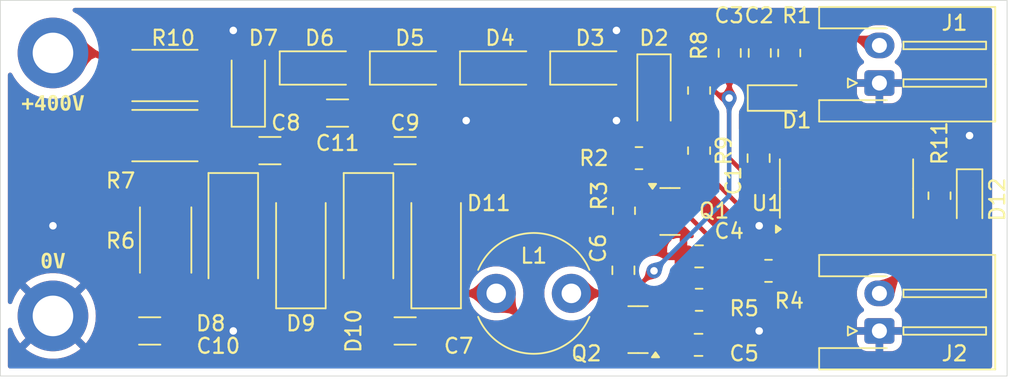
<source format=kicad_pcb>
(kicad_pcb (version 20240108) (generator "pcbnew") (generator_version "8.0")
  (layers (0 "F.Cu" signal) (31 "B.Cu" signal) (34 "B.Paste" user) (35 "F.Paste" user) (36 "B.SilkS" user "B.Silkscreen") (37 "F.SilkS" user "F.Silkscreen") (38 "B.Mask" user) (39 "F.Mask" user) (44 "Edge.Cuts" user))
  (net 0 "")
  (net 1 "GND")
  (net 2 "VCC")
  (net 3 "Net-(Q1-C)")
  (net 4 "Net-(C5-Pad2)")
  (net 5 "Net-(Q2-B)")
  (net 6 "Net-(D8-A)")
  (net 7 "Net-(D10-A)")
  (net 8 "Net-(D10-K)")
  (net 9 "Net-(D7-K)")
  (net 10 "Net-(C10-Pad1)")
  (net 11 "Net-(C11-Pad1)")
  (net 12 "Net-(C11-Pad2)")
  (net 13 "Net-(D2-A)")
  (net 14 "Net-(D2-K)")
  (net 15 "Net-(D3-K)")
  (net 16 "Net-(D4-K)")
  (net 17 "Net-(D5-K)")
  (net 18 "Net-(D6-K)")
  (net 19 "Net-(D12-K)")
  (net 20 "Net-(H1-Pad1)")
  (net 21 "+BATT")
  (net 22 "Net-(Q1-B)")
  (net 23 "Net-(R4-Pad2)")
  (net 24 "Net-(R9-Pad2)")
  (net 25 "Net-(J2-Pin_2)")
  (footprint "Diode_SMD:D_MiniMELF" (layer "F.Cu") (at 56.75 49.5)
    (property "Reference" "D5" (at 0 -2 0) (layer "F.SilkS"))
    (property "Value" "BZV55C75")
    (fp_line (start -2.66 -1.11) (end -2.66 1.11) (stroke (width 0.12)) (layer "F.SilkS"))
    (fp_line (start -2.66 1.11) (end 1.75 1.11) (stroke (width 0.12)) (layer "F.SilkS"))
    (fp_line (start 1.75 -1.11) (end -2.66 -1.11) (stroke (width 0.12)) (layer "F.SilkS"))
    (pad "1" smd roundrect (at -1.75 0) (size 1.3 1.7) (layers "F.Cu" "F.Paste" "F.Mask") (roundrect_rratio 0.1923076923) (net 17 "Net-(D5-K)"))
    (pad "2" smd roundrect (at 1.75 0) (size 1.3 1.7) (layers "F.Cu" "F.Paste" "F.Mask") (roundrect_rratio 0.1923076923) (net 16 "Net-(D4-K)"))
  )
  (footprint "Resistor_SMD:R_0805_2012Metric_Pad1.20x1.40mm_HandSolder" (layer "F.Cu") (at 92 58 -90)
    (property "Reference" "R11" (at -3.5 0 90) (layer "F.SilkS"))
    (property "Value" "33k")
    (fp_line (start -0.227064 0.735) (end 0.227064 0.735) (stroke (width 0.12)) (layer "F.SilkS"))
    (fp_line (start -0.227064 -0.735) (end 0.227064 -0.735) (stroke (width 0.12)) (layer "F.SilkS"))
    (pad "1" smd roundrect (at -1 0 270) (size 1.2 1.4) (layers "F.Cu" "F.Paste" "F.Mask") (roundrect_rratio 0.208333) (net 19 "Net-(D12-K)"))
    (pad "2" smd roundrect (at 1 0 270) (size 1.2 1.4) (layers "F.Cu" "F.Paste" "F.Mask") (roundrect_rratio 0.208333) (net 25 "Net-(J2-Pin_2)"))
  )
  (footprint "Package_SO:SOIC-14_3.9x8.7mm_P1.27mm" (layer "F.Cu") (at 85.81 57.525 90)
    (property "Reference" "U1" (at -0.975 -5.31 0) (layer "F.SilkS"))
    (property "Value" "40106")
    (fp_line (start 0 -4.435001) (end 1.95 -4.435) (stroke (width 0.12)) (layer "F.SilkS"))
    (fp_line (start 0 -4.435001) (end -1.95 -4.435) (stroke (width 0.12)) (layer "F.SilkS"))
    (fp_line (start 0 4.435001) (end 1.95 4.435) (stroke (width 0.12)) (layer "F.SilkS"))
    (fp_line (start 0 4.435001) (end -1.95 4.435) (stroke (width 0.12)) (layer "F.SilkS"))
    (fp_poly (pts (xy -2.7 -4.37) (xy -2.94 -4.7) (xy -2.46 -4.7) (xy -2.7 -4.37)) (stroke (width 0.12)) (fill solid) (layer "F.SilkS"))
    (pad "1" smd roundrect (at -2.475 -3.81 90) (size 1.95 0.6) (layers "F.Cu" "F.Paste" "F.Mask") (net 3 "Net-(Q1-C)"))
    (pad "2" smd roundrect (at -2.475 -2.54 90) (size 1.95 0.6) (layers "F.Cu" "F.Paste" "F.Mask") (net 23 "Net-(R4-Pad2)"))
    (pad "3" smd roundrect (at -2.475 -1.27 90) (size 1.95 0.6) (layers "F.Cu" "F.Paste" "F.Mask") (net 23 "Net-(R4-Pad2)"))
    (pad "4" smd roundrect (at -2.475 0 90) (size 1.95 0.6) (layers "F.Cu" "F.Paste" "F.Mask") (net 4 "Net-(C5-Pad2)"))
    (pad "5" smd roundrect (at -2.475 1.27 90) (size 1.95 0.6) (layers "F.Cu" "F.Paste" "F.Mask") (net 23 "Net-(R4-Pad2)"))
    (pad "6" smd roundrect (at -2.475 2.54 90) (size 1.95 0.6) (layers "F.Cu" "F.Paste" "F.Mask") (net 4 "Net-(C5-Pad2)"))
    (pad "7" smd roundrect (at -2.475 3.81 90) (size 1.95 0.6) (layers "F.Cu" "F.Paste" "F.Mask") (net 1 "GND"))
    (pad "8" smd roundrect (at 2.475 3.81 90) (size 1.95 0.6) (layers "F.Cu" "F.Paste" "F.Mask") (net 4 "Net-(C5-Pad2)"))
    (pad "9" smd roundrect (at 2.475 2.54 90) (size 1.95 0.6) (layers "F.Cu" "F.Paste" "F.Mask") (net 23 "Net-(R4-Pad2)"))
    (pad "10" smd roundrect (at 2.475 1.27 90) (size 1.95 0.6) (layers "F.Cu" "F.Paste" "F.Mask") (net 4 "Net-(C5-Pad2)"))
    (pad "11" smd roundrect (at 2.475 0 90) (size 1.95 0.6) (layers "F.Cu" "F.Paste" "F.Mask") (net 23 "Net-(R4-Pad2)"))
    (pad "12" smd roundrect (at 2.475 -1.27 90) (size 1.95 0.6) (layers "F.Cu" "F.Paste" "F.Mask") (net 19 "Net-(D12-K)"))
    (pad "13" smd roundrect (at 2.475 -2.54 90) (size 1.95 0.6) (layers "F.Cu" "F.Paste" "F.Mask") (net 24 "Net-(R9-Pad2)"))
    (pad "14" smd roundrect (at 2.475 -3.81 90) (size 1.95 0.6) (layers "F.Cu" "F.Paste" "F.Mask") (net 2 "VCC"))
  )
  (footprint "Resistor_SMD:R_0805_2012Metric_Pad1.20x1.40mm_HandSolder" (layer "F.Cu") (at 72 55.5)
    (property "Reference" "R2" (at -3 0 360) (layer "F.SilkS"))
    (property "Value" "10M")
    (fp_line (start -0.227064 -0.735) (end 0.227064 -0.735) (stroke (width 0.12)) (layer "F.SilkS"))
    (fp_line (start -0.227064 0.735) (end 0.227064 0.735) (stroke (width 0.12)) (layer "F.SilkS"))
    (pad "1" smd roundrect (at -1 0) (size 1.2 1.4) (layers "F.Cu" "F.Paste" "F.Mask") (roundrect_rratio 0.208333) (net 13 "Net-(D2-A)"))
    (pad "2" smd roundrect (at 1 0) (size 1.2 1.4) (layers "F.Cu" "F.Paste" "F.Mask") (roundrect_rratio 0.208333) (net 22 "Net-(Q1-B)"))
  )
  (footprint "Diode_SMD:D_SMA_Handsoldering" (layer "F.Cu") (at 45 61 -90)
    (property "Reference" "D8" (at 5.499999 1.499999 180) (layer "F.SilkS"))
    (property "Value" "RS1K")
    (fp_line (start -4.51 1.65) (end 2.5 1.65) (stroke (width 0.12)) (layer "F.SilkS"))
    (fp_line (start -4.51 -1.65) (end -4.51 1.65) (stroke (width 0.12)) (layer "F.SilkS"))
    (fp_line (start -4.51 -1.65) (end 2.5 -1.65) (stroke (width 0.12)) (layer "F.SilkS"))
    (pad "1" smd roundrect (at -2.5 0 270) (size 3.5 1.8) (layers "F.Cu" "F.Paste" "F.Mask") (roundrect_rratio 0.1388888889) (net 9 "Net-(D7-K)"))
    (pad "2" smd roundrect (at 2.5 0 270) (size 3.5 1.8) (layers "F.Cu" "F.Paste" "F.Mask") (roundrect_rratio 0.1388888889) (net 6 "Net-(D8-A)"))
  )
  (footprint "Package_TO_SOT_SMD:SOT-23" (layer "F.Cu") (at 71.937501 66.912499 180)
    (property "Reference" "Q2" (at 3.437501 -1.587501 180) (layer "F.SilkS"))
    (property "Value" "MMBTA42")
    (fp_line (start 0 1.560001) (end 0.65 1.56) (stroke (width 0.12)) (layer "F.SilkS"))
    (fp_line (start 0 1.560001) (end -0.65 1.56) (stroke (width 0.12)) (layer "F.SilkS"))
    (fp_line (start 0 -1.560001) (end 0.65 -1.56) (stroke (width 0.12)) (layer "F.SilkS"))
    (fp_line (start 0 -1.560001) (end -0.65 -1.56) (stroke (width 0.12)) (layer "F.SilkS"))
    (fp_poly (pts (xy -1.1625 -1.51) (xy -1.4025 -1.84) (xy -0.9225 -1.839999) (xy -1.1625 -1.51)) (stroke (width 0.12)) (fill solid) (layer "F.SilkS"))
    (pad "1" smd roundrect (at -0.9375 -0.95 180) (size 1.475 0.6) (layers "F.Cu" "F.Paste" "F.Mask") (net 5 "Net-(Q2-B)"))
    (pad "2" smd roundrect (at -0.9375 0.95 180) (size 1.475 0.6) (layers "F.Cu" "F.Paste" "F.Mask") (net 1 "GND"))
    (pad "3" smd roundrect (at 0.937501 0 180) (size 1.475 0.6) (layers "F.Cu" "F.Paste" "F.Mask") (net 7 "Net-(D10-A)"))
  )
  (footprint "Diode_SMD:D_MiniMELF" (layer "F.Cu") (at 50.75 49.5)
    (property "Reference" "D6" (at 0 -2 0) (layer "F.SilkS"))
    (property "Value" "BZV55C75")
    (fp_line (start -2.66 -1.11) (end -2.66 1.11) (stroke (width 0.12)) (layer "F.SilkS"))
    (fp_line (start -2.66 1.11) (end 1.75 1.11) (stroke (width 0.12)) (layer "F.SilkS"))
    (fp_line (start 1.75 -1.11) (end -2.66 -1.11) (stroke (width 0.12)) (layer "F.SilkS"))
    (pad "1" smd roundrect (at -1.75 0) (size 1.3 1.7) (layers "F.Cu" "F.Paste" "F.Mask") (roundrect_rratio 0.1923076923) (net 18 "Net-(D6-K)"))
    (pad "2" smd roundrect (at 1.75 0) (size 1.3 1.7) (layers "F.Cu" "F.Paste" "F.Mask") (roundrect_rratio 0.1923076923) (net 17 "Net-(D5-K)"))
  )
  (footprint "Resistor_SMD:R_0805_2012Metric_Pad1.20x1.40mm_HandSolder" (layer "F.Cu") (at 80.62 63)
    (property "Reference" "R4" (at 1.38 2 0) (layer "F.SilkS"))
    (property "Value" "10M")
    (fp_line (start -0.227064 -0.735) (end 0.227064 -0.735) (stroke (width 0.12)) (layer "F.SilkS"))
    (fp_line (start -0.227064 0.735) (end 0.227064 0.735) (stroke (width 0.12)) (layer "F.SilkS"))
    (pad "1" smd roundrect (at -1 0) (size 1.2 1.4) (layers "F.Cu" "F.Paste" "F.Mask") (roundrect_rratio 0.208333) (net 3 "Net-(Q1-C)"))
    (pad "2" smd roundrect (at 1 0) (size 1.2 1.4) (layers "F.Cu" "F.Paste" "F.Mask") (roundrect_rratio 0.208333) (net 23 "Net-(R4-Pad2)"))
  )
  (footprint "Resistor_SMD:R_2512_6332Metric_Pad1.40x3.35mm_HandSolder" (layer "F.Cu") (at 40.5 60.95 90)
    (property "Reference" "R6" (at -0.05 -3 0) (layer "F.SilkS"))
    (property "Value" "330k 500V")
    (fp_line (start -2.177064 -1.71) (end 2.177064 -1.71) (stroke (width 0.12)) (layer "F.SilkS"))
    (fp_line (start -2.177064 1.71) (end 2.177064 1.71) (stroke (width 0.12)) (layer "F.SilkS"))
    (pad "1" smd roundrect (at -3.05 0 90) (size 1.4 3.35) (layers "F.Cu" "F.Paste" "F.Mask") (roundrect_rratio 0.178571) (net 9 "Net-(D7-K)"))
    (pad "2" smd roundrect (at 3.05 0 90) (size 1.4 3.35) (layers "F.Cu" "F.Paste" "F.Mask") (roundrect_rratio 0.178571) (net 10 "Net-(C10-Pad1)"))
  )
  (footprint "Capacitor_SMD:C_0805_2012Metric_Pad1.18x1.45mm_HandSolder" (layer "F.Cu") (at 80.0375 48.5 90)
    (property "Reference" "C2" (at 2.5 -0.0375 0) (layer "F.SilkS"))
    (property "Value" "10u")
    (fp_line (start -0.261253 -0.735) (end 0.261253 -0.735) (stroke (width 0.12)) (layer "F.SilkS"))
    (fp_line (start -0.261253 0.735) (end 0.261253 0.735) (stroke (width 0.12)) (layer "F.SilkS"))
    (pad "1" smd roundrect (at -1.0375 0 90) (size 1.175 1.45) (layers "F.Cu" "F.Paste" "F.Mask") (roundrect_rratio 0.212766) (net 2 "VCC"))
    (pad "2" smd roundrect (at 1.0375 0 90) (size 1.175 1.45) (layers "F.Cu" "F.Paste" "F.Mask") (roundrect_rratio 0.212766) (net 1 "GND"))
  )
  (footprint "Diode_SMD:D_SMA_Handsoldering" (layer "F.Cu") (at 58.5 60.98409 90)
    (property "Reference" "D11" (at 2.48409 3.5 0) (layer "F.SilkS"))
    (property "Value" "RS1K")
    (fp_line (start -4.51 -1.65) (end 2.5 -1.65) (stroke (width 0.12)) (layer "F.SilkS"))
    (fp_line (start -4.51 -1.65) (end -4.51 1.65) (stroke (width 0.12)) (layer "F.SilkS"))
    (fp_line (start -4.51 1.65) (end 2.5 1.65) (stroke (width 0.12)) (layer "F.SilkS"))
    (pad "1" smd roundrect (at -2.5 0 90) (size 3.5 1.8) (layers "F.Cu" "F.Paste" "F.Mask") (roundrect_rratio 0.1388888889) (net 7 "Net-(D10-A)"))
    (pad "2" smd roundrect (at 2.5 0 90) (size 3.5 1.8) (layers "F.Cu" "F.Paste" "F.Mask") (roundrect_rratio 0.1388888889) (net 1 "GND"))
  )
  (footprint "Connector_JST:JST_XH_S2B-XH-A-1_1x02_P2.50mm_Horizontal" (layer "F.Cu") (at 88 50.5 90)
    (property "Reference" "J1" (at 4 5 0) (layer "F.SilkS"))
    (property "Value" "ConnBat")
    (fp_line (start 5.06 -4.01) (end 3.64 -4.01) (stroke (width 0.12)) (layer "F.SilkS"))
    (fp_line (start 3.64 -4.01) (end 3.64 0.49) (stroke (width 0.12)) (layer "F.SilkS"))
    (fp_line (start -1.14 -4.01) (end -1.14 0.49) (stroke (width 0.12)) (layer "F.SilkS"))
    (fp_line (start -2.56 -4.01) (end -1.14 -4.01) (stroke (width 0.12)) (layer "F.SilkS"))
    (fp_line (start 0.3 -2.1) (end 0 -1.5) (stroke (width 0.12)) (layer "F.SilkS"))
    (fp_line (start -0.3 -2.1) (end 0.3 -2.1) (stroke (width 0.12)) (layer "F.SilkS"))
    (fp_line (start 0 -1.5) (end -0.3 -2.1) (stroke (width 0.12)) (layer "F.SilkS"))
    (fp_line (start 2.75 1.6) (end 2.25 1.6) (stroke (width 0.12)) (layer "F.SilkS"))
    (fp_line (start 2.25 1.6) (end 2.25 7.1) (stroke (width 0.12)) (layer "F.SilkS"))
    (fp_line (start 0.25 1.6) (end -0.25 1.6) (stroke (width 0.12)) (layer "F.SilkS"))
    (fp_line (start -0.25 1.6) (end -0.25 7.1) (stroke (width 0.12)) (layer "F.SilkS"))
    (fp_line (start 2.75 7.1) (end 2.75 1.6) (stroke (width 0.12)) (layer "F.SilkS"))
    (fp_line (start 2.25 7.1) (end 2.75 7.1) (stroke (width 0.12)) (layer "F.SilkS"))
    (fp_line (start 0.25 7.1) (end 0.25 1.6) (stroke (width 0.12)) (layer "F.SilkS"))
    (fp_line (start -0.25 7.1) (end 0.25 7.1) (stroke (width 0.12)) (layer "F.SilkS"))
    (fp_line (start 5.06 7.71) (end 5.06 -4.01) (stroke (width 0.12)) (layer "F.SilkS"))
    (fp_line (start 1.25 7.71) (end 5.06 7.71) (stroke (width 0.12)) (layer "F.SilkS"))
    (fp_line (start 1.25 7.71) (end -2.56 7.71) (stroke (width 0.12)) (layer "F.SilkS"))
    (fp_line (start -2.56 7.71) (end -2.56 -4.01) (stroke (width 0.12)) (layer "F.SilkS"))
    (pad "1" thru_hole roundrect (at 0 0 90) (size 1.7 2) (drill 1) (layers "*.Cu" "*.Mask") (roundrect_rratio 0.147059) (net 1 "GND"))
    (pad "2" thru_hole oval (at 2.5 0 90) (size 1.7 2) (drill 1) (layers "*.Cu" "*.Mask") (net 21 "+BATT"))
  )
  (footprint "Resistor_SMD:R_0805_2012Metric_Pad1.20x1.40mm_HandSolder" (layer "F.Cu") (at 76 64.925 180)
    (property "Reference" "R5" (at -3 -0.575 180) (layer "F.SilkS"))
    (property "Value" "4.7k")
    (fp_line (start -0.227064 0.735) (end 0.227064 0.735) (stroke (width 0.12)) (layer "F.SilkS"))
    (fp_line (start -0.227064 -0.735) (end 0.227064 -0.735) (stroke (width 0.12)) (layer "F.SilkS"))
    (pad "1" smd roundrect (at -1 0 180) (size 1.2 1.4) (layers "F.Cu" "F.Paste" "F.Mask") (roundrect_rratio 0.208333) (net 4 "Net-(C5-Pad2)"))
    (pad "2" smd roundrect (at 1 0 180) (size 1.2 1.4) (layers "F.Cu" "F.Paste" "F.Mask") (roundrect_rratio 0.208333) (net 5 "Net-(Q2-B)"))
  )
  (footprint "Capacitor_SMD:C_1206_3216Metric_Pad1.33x1.80mm_HandSolder" (layer "F.Cu") (at 56.4375 55)
    (property "Reference" "C9" (at 0 -1.85 0) (layer "F.SilkS"))
    (property "Value" "10n 630V")
    (fp_line (start -0.711252 -0.91) (end 0.711252 -0.91) (stroke (width 0.12)) (layer "F.SilkS"))
    (fp_line (start -0.711252 0.91) (end 0.711252 0.91) (stroke (width 0.12)) (layer "F.SilkS"))
    (pad "1" smd roundrect (at -1.5625 0) (size 1.325 1.8) (layers "F.Cu" "F.Paste" "F.Mask") (roundrect_rratio 0.188679) (net 8 "Net-(D10-K)"))
    (pad "2" smd roundrect (at 1.5625 0) (size 1.325 1.8) (layers "F.Cu" "F.Paste" "F.Mask") (roundrect_rratio 0.188679) (net 1 "GND"))
  )
  (footprint "MountingHole:MountingHole_2.7mm_M2.5_DIN965_Pad" (layer "F.Cu") (at 33 66)
    (property "Reference" "H2" (hide yes))
    (property "Value" "TubeNeg")
    (pad "1" thru_hole circle (at 0 0) (size 4.7 4.7) (drill 2.7) (layers "*.Cu" "*.Mask") (net 1 "GND"))
  )
  (footprint "Capacitor_SMD:C_0805_2012Metric_Pad1.18x1.45mm_HandSolder" (layer "F.Cu") (at 76 62.0375)
    (property "Reference" "C4" (at 2 -1.679999 360) (layer "F.SilkS"))
    (property "Value" "(12)pf")
    (fp_line (start -0.261253 -0.735) (end 0.261253 -0.735) (stroke (width 0.12)) (layer "F.SilkS"))
    (fp_line (start -0.261253 0.735) (end 0.261253 0.735) (stroke (width 0.12)) (layer "F.SilkS"))
    (pad "1" smd roundrect (at -1.0375 0) (size 1.175 1.45) (layers "F.Cu" "F.Paste" "F.Mask") (roundrect_rratio 0.212766) (net 1 "GND"))
    (pad "2" smd roundrect (at 1.0375 0) (size 1.175 1.45) (layers "F.Cu" "F.Paste" "F.Mask") (roundrect_rratio 0.212766) (net 3 "Net-(Q1-C)"))
  )
  (footprint "Capacitor_SMD:C_1206_3216Metric_Pad1.33x1.80mm_HandSolder" (layer "F.Cu") (at 47.4375 55)
    (property "Reference" "C8" (at 1.0625 -1.85 0) (layer "F.SilkS"))
    (property "Value" "10n 630V")
    (fp_line (start -0.711252 -0.91) (end 0.711252 -0.91) (stroke (width 0.12)) (layer "F.SilkS"))
    (fp_line (start -0.711252 0.91) (end 0.711252 0.91) (stroke (width 0.12)) (layer "F.SilkS"))
    (pad "1" smd roundrect (at -1.5625 0) (size 1.325 1.8) (layers "F.Cu" "F.Paste" "F.Mask") (roundrect_rratio 0.188679) (net 9 "Net-(D7-K)"))
    (pad "2" smd roundrect (at 1.5625 0) (size 1.325 1.8) (layers "F.Cu" "F.Paste" "F.Mask") (roundrect_rratio 0.188679) (net 8 "Net-(D10-K)"))
  )
  (footprint "Resistor_SMD:R_2512_6332Metric_Pad1.40x3.35mm_HandSolder" (layer "F.Cu") (at 40.45 54)
    (property "Reference" "R7" (at -2.95 3 360) (layer "F.SilkS"))
    (property "Value" "1M 500V")
    (fp_line (start -2.177064 -1.71) (end 2.177064 -1.71) (stroke (width 0.12)) (layer "F.SilkS"))
    (fp_line (start -2.177064 1.71) (end 2.177064 1.71) (stroke (width 0.12)) (layer "F.SilkS"))
    (pad "1" smd roundrect (at -3.05 0) (size 1.4 3.35) (layers "F.Cu" "F.Paste" "F.Mask") (roundrect_rratio 0.178571) (net 10 "Net-(C10-Pad1)"))
    (pad "2" smd roundrect (at 3.05 0) (size 1.4 3.35) (layers "F.Cu" "F.Paste" "F.Mask") (roundrect_rratio 0.178571) (net 11 "Net-(C11-Pad1)"))
  )
  (footprint "Capacitor_SMD:C_0805_2012Metric_Pad1.18x1.45mm_HandSolder" (layer "F.Cu") (at 79.9625 55.5 90)
    (property "Reference" "C1" (at -1.5 -1.679999 270) (layer "F.SilkS"))
    (property "Value" "100n")
    (fp_line (start -0.261253 -0.735) (end 0.261253 -0.735) (stroke (width 0.12)) (layer "F.SilkS"))
    (fp_line (start -0.261253 0.735) (end 0.261253 0.735) (stroke (width 0.12)) (layer "F.SilkS"))
    (pad "1" smd roundrect (at -1.0375 0 90) (size 1.175 1.45) (layers "F.Cu" "F.Paste" "F.Mask") (roundrect_rratio 0.212766) (net 2 "VCC"))
    (pad "2" smd roundrect (at 1.0375 0 90) (size 1.175 1.45) (layers "F.Cu" "F.Paste" "F.Mask") (roundrect_rratio 0.212766) (net 1 "GND"))
  )
  (footprint "Resistor_SMD:R_0805_2012Metric_Pad1.20x1.40mm_HandSolder" (layer "F.Cu") (at 76 51 -90)
    (property "Reference" "R8" (at -3 0 90) (layer "F.SilkS"))
    (property "Value" "5.6M")
    (fp_line (start -0.227064 0.735) (end 0.227064 0.735) (stroke (width 0.12)) (layer "F.SilkS"))
    (fp_line (start -0.227064 -0.735) (end 0.227064 -0.735) (stroke (width 0.12)) (layer "F.SilkS"))
    (pad "1" smd roundrect (at -1 0 270) (size 1.2 1.4) (layers "F.Cu" "F.Paste" "F.Mask") (roundrect_rratio 0.208333) (net 2 "VCC"))
    (pad "2" smd roundrect (at 1 0 270) (size 1.2 1.4) (layers "F.Cu" "F.Paste" "F.Mask") (roundrect_rratio 0.208333) (net 12 "Net-(C11-Pad2)"))
  )
  (footprint "Resistor_SMD:R_2512_6332Metric_Pad1.40x3.35mm_HandSolder" (layer "F.Cu") (at 40.45 50 180)
    (property "Reference" "R10" (at -0.55 2.5 180) (layer "F.SilkS"))
    (property "Value" "5.6M 500V")
    (fp_line (start -2.177064 1.71) (end 2.177064 1.71) (stroke (width 0.12)) (layer "F.SilkS"))
    (fp_line (start -2.177064 -1.71) (end 2.177064 -1.71) (stroke (width 0.12)) (layer "F.SilkS"))
    (pad "1" smd roundrect (at -3.05 0 180) (size 1.4 3.35) (layers "F.Cu" "F.Paste" "F.Mask") (roundrect_rratio 0.178571) (net 11 "Net-(C11-Pad1)"))
    (pad "2" smd roundrect (at 3.05 0 180) (size 1.4 3.35) (layers "F.Cu" "F.Paste" "F.Mask") (roundrect_rratio 0.178571) (net 20 "Net-(H1-Pad1)"))
  )
  (footprint "Resistor_SMD:R_0805_2012Metric_Pad1.20x1.40mm_HandSolder" (layer "F.Cu") (at 82 48.5 -90)
    (property "Reference" "R1" (at -2.500001 -0.500001 180) (layer "F.SilkS"))
    (property "Value" "(100)")
    (fp_line (start -0.227064 0.735) (end 0.227064 0.735) (stroke (width 0.12)) (layer "F.SilkS"))
    (fp_line (start -0.227064 -0.735) (end 0.227064 -0.735) (stroke (width 0.12)) (layer "F.SilkS"))
    (pad "1" smd roundrect (at -1 0 270) (size 1.2 1.4) (layers "F.Cu" "F.Paste" "F.Mask") (roundrect_rratio 0.208333) (net 21 "+BATT"))
    (pad "2" smd roundrect (at 1 0 270) (size 1.2 1.4) (layers "F.Cu" "F.Paste" "F.Mask") (roundrect_rratio 0.208333) (net 2 "VCC"))
  )
  (footprint "Diode_SMD:D_MiniMELF" (layer "F.Cu") (at 73 51.25 -90)
    (property "Reference" "D2" (at -3.750001 -0.000001 180) (layer "F.SilkS"))
    (property "Value" "BZV55C33")
    (fp_line (start -2.660001 1.11) (end 1.749999 1.11) (stroke (width 0.12)) (layer "F.SilkS"))
    (fp_line (start -2.660001 -1.11) (end -2.660001 1.11) (stroke (width 0.12)) (layer "F.SilkS"))
    (fp_line (start 1.749999 -1.11) (end -2.660001 -1.11) (stroke (width 0.12)) (layer "F.SilkS"))
    (pad "1" smd roundrect (at -1.75 0 270) (size 1.3 1.7) (layers "F.Cu" "F.Paste" "F.Mask") (roundrect_rratio 0.1923076923) (net 14 "Net-(D2-K)"))
    (pad "2" smd roundrect (at 1.75 0 270) (size 1.3 1.7) (layers "F.Cu" "F.Paste" "F.Mask") (roundrect_rratio 0.1923076923) (net 13 "Net-(D2-A)"))
  )
  (footprint "Capacitor_SMD:C_1206_3216Metric_Pad1.33x1.80mm_HandSolder" (layer "F.Cu") (at 39.4375 67)
    (property "Reference" "C10" (at 4.5625 1 360) (layer "F.SilkS"))
    (property "Value" "10n 630V")
    (fp_line (start -0.711252 -0.91) (end 0.711252 -0.91) (stroke (width 0.12)) (layer "F.SilkS"))
    (fp_line (start -0.711252 0.91) (end 0.711252 0.91) (stroke (width 0.12)) (layer "F.SilkS"))
    (pad "1" smd roundrect (at -1.5625 0) (size 1.325 1.8) (layers "F.Cu" "F.Paste" "F.Mask") (roundrect_rratio 0.188679) (net 10 "Net-(C10-Pad1)"))
    (pad "2" smd roundrect (at 1.5625 0) (size 1.325 1.8) (layers "F.Cu" "F.Paste" "F.Mask") (roundrect_rratio 0.188679) (net 1 "GND"))
  )
  (footprint "Capacitor_SMD:C_0805_2012Metric_Pad1.18x1.45mm_HandSolder" (layer "F.Cu") (at 75.9625 67.925)
    (property "Reference" "C5" (at 3.0375 0.575 360) (layer "F.SilkS"))
    (property "Value" "4.7n")
    (fp_line (start -0.261253 -0.735) (end 0.261253 -0.735) (stroke (width 0.12)) (layer "F.SilkS"))
    (fp_line (start -0.261253 0.735) (end 0.261253 0.735) (stroke (width 0.12)) (layer "F.SilkS"))
    (pad "1" smd roundrect (at -1.0375 0) (size 1.175 1.45) (layers "F.Cu" "F.Paste" "F.Mask") (roundrect_rratio 0.212766) (net 5 "Net-(Q2-B)"))
    (pad "2" smd roundrect (at 1.0375 0) (size 1.175 1.45) (layers "F.Cu" "F.Paste" "F.Mask") (roundrect_rratio 0.212766) (net 4 "Net-(C5-Pad2)"))
  )
  (footprint "Diode_SMD:D_MiniMELF" (layer "F.Cu") (at 68.75 49.5)
    (property "Reference" "D3" (at 0 -2 0) (layer "F.SilkS"))
    (property "Value" "BZV55C75")
    (fp_line (start -2.66 -1.11) (end -2.66 1.11) (stroke (width 0.12)) (layer "F.SilkS"))
    (fp_line (start -2.66 1.11) (end 1.75 1.11) (stroke (width 0.12)) (layer "F.SilkS"))
    (fp_line (start 1.75 -1.11) (end -2.66 -1.11) (stroke (width 0.12)) (layer "F.SilkS"))
    (pad "1" smd roundrect (at -1.75 0) (size 1.3 1.7) (layers "F.Cu" "F.Paste" "F.Mask") (roundrect_rratio 0.1923076923) (net 15 "Net-(D3-K)"))
    (pad "2" smd roundrect (at 1.75 0) (size 1.3 1.7) (layers "F.Cu" "F.Paste" "F.Mask") (roundrect_rratio 0.1923076923) (net 14 "Net-(D2-K)"))
  )
  (footprint "Resistor_SMD:R_0805_2012Metric_Pad1.20x1.40mm_HandSolder" (layer "F.Cu") (at 71 59 90)
    (property "Reference" "R3" (at 1 -1.65 270) (layer "F.SilkS"))
    (property "Value" "33M")
    (fp_line (start -0.227064 -0.735) (end 0.227064 -0.735) (stroke (width 0.12)) (layer "F.SilkS"))
    (fp_line (start -0.227064 0.735) (end 0.227064 0.735) (stroke (width 0.12)) (layer "F.SilkS"))
    (pad "1" smd roundrect (at -1 0 90) (size 1.2 1.4) (layers "F.Cu" "F.Paste" "F.Mask") (roundrect_rratio 0.208333) (net 1 "GND"))
    (pad "2" smd roundrect (at 1 0 90) (size 1.2 1.4) (layers "F.Cu" "F.Paste" "F.Mask") (roundrect_rratio 0.208333) (net 22 "Net-(Q1-B)"))
  )
  (footprint "MountingHole:MountingHole_2.7mm_M2.5_DIN965_Pad" (layer "F.Cu") (at 33 48.5)
    (property "Reference" "H1" (hide yes))
    (property "Value" "TubePos")
    (pad "1" thru_hole circle (at 0 0) (size 4.7 4.7) (drill 2.7) (layers "*.Cu" "*.Mask") (net 20 "Net-(H1-Pad1)"))
  )
  (footprint "Capacitor_SMD:C_1206_3216Metric_Pad1.33x1.80mm_HandSolder" (layer "F.Cu") (at 56.4375 67)
    (property "Reference" "C7" (at 3.5625 1 0) (layer "F.SilkS"))
    (property "Value" "10n 630V")
    (fp_line (start -0.711252 -0.91) (end 0.711252 -0.91) (stroke (width 0.12)) (layer "F.SilkS"))
    (fp_line (start -0.711252 0.91) (end 0.711252 0.91) (stroke (width 0.12)) (layer "F.SilkS"))
    (pad "1" smd roundrect (at -1.5625 0) (size 1.325 1.8) (layers "F.Cu" "F.Paste" "F.Mask") (roundrect_rratio 0.188679) (net 6 "Net-(D8-A)"))
    (pad "2" smd roundrect (at 1.5625 0) (size 1.325 1.8) (layers "F.Cu" "F.Paste" "F.Mask") (roundrect_rratio 0.188679) (net 7 "Net-(D10-A)"))
  )
  (footprint "Connector_JST:JST_XH_S2B-XH-A-1_1x02_P2.50mm_Horizontal" (layer "F.Cu") (at 88 67 90)
    (property "Reference" "J2" (at -1.5 5 0) (layer "F.SilkS"))
    (property "Value" "ConnPulse")
    (fp_line (start 5.06 -4.01) (end 3.64 -4.01) (stroke (width 0.12)) (layer "F.SilkS"))
    (fp_line (start 3.64 -4.01) (end 3.64 0.49) (stroke (width 0.12)) (layer "F.SilkS"))
    (fp_line (start -1.14 -4.01) (end -1.14 0.49) (stroke (width 0.12)) (layer "F.SilkS"))
    (fp_line (start -2.56 -4.01) (end -1.14 -4.01) (stroke (width 0.12)) (layer "F.SilkS"))
    (fp_line (start 0.3 -2.1) (end 0 -1.5) (stroke (width 0.12)) (layer "F.SilkS"))
    (fp_line (start -0.3 -2.1) (end 0.3 -2.1) (stroke (width 0.12)) (layer "F.SilkS"))
    (fp_line (start 0 -1.5) (end -0.3 -2.1) (stroke (width 0.12)) (layer "F.SilkS"))
    (fp_line (start 2.75 1.6) (end 2.25 1.6) (stroke (width 0.12)) (layer "F.SilkS"))
    (fp_line (start 2.25 1.6) (end 2.25 7.1) (stroke (width 0.12)) (layer "F.SilkS"))
    (fp_line (start 0.25 1.6) (end -0.25 1.6) (stroke (width 0.12)) (layer "F.SilkS"))
    (fp_line (start -0.25 1.6) (end -0.25 7.1) (stroke (width 0.12)) (layer "F.SilkS"))
    (fp_line (start 2.75 7.1) (end 2.75 1.6) (stroke (width 0.12)) (layer "F.SilkS"))
    (fp_line (start 2.25 7.1) (end 2.75 7.1) (stroke (width 0.12)) (layer "F.SilkS"))
    (fp_line (start 0.25 7.1) (end 0.25 1.6) (stroke (width 0.12)) (layer "F.SilkS"))
    (fp_line (start -0.25 7.1) (end 0.25 7.1) (stroke (width 0.12)) (layer "F.SilkS"))
    (fp_line (start 5.06 7.71) (end 5.06 -4.01) (stroke (width 0.12)) (layer "F.SilkS"))
    (fp_line (start 1.25 7.71) (end 5.06 7.71) (stroke (width 0.12)) (layer "F.SilkS"))
    (fp_line (start 1.25 7.71) (end -2.56 7.71) (stroke (width 0.12)) (layer "F.SilkS"))
    (fp_line (start -2.56 7.71) (end -2.56 -4.01) (stroke (width 0.12)) (layer "F.SilkS"))
    (pad "1" thru_hole roundrect (at 0 0 90) (size 1.7 2) (drill 1) (layers "*.Cu" "*.Mask") (roundrect_rratio 0.147059) (net 1 "GND"))
    (pad "2" thru_hole oval (at 2.5 0 90) (size 1.7 2) (drill 1) (layers "*.Cu" "*.Mask") (net 25 "Net-(J2-Pin_2)"))
  )
  (footprint "Capacitor_SMD:C_0805_2012Metric_Pad1.18x1.45mm_HandSolder" (layer "F.Cu") (at 78.0375 48.5 90)
    (property "Reference" "C3" (at 2.5 -0.0375 0) (layer "F.SilkS"))
    (property "Value" "100n")
    (fp_line (start -0.261253 -0.735) (end 0.261253 -0.735) (stroke (width 0.12)) (layer "F.SilkS"))
    (fp_line (start -0.261253 0.735) (end 0.261253 0.735) (stroke (width 0.12)) (layer "F.SilkS"))
    (pad "1" smd roundrect (at -1.0375 0 90) (size 1.175 1.45) (layers "F.Cu" "F.Paste" "F.Mask") (roundrect_rratio 0.212766) (net 2 "VCC"))
    (pad "2" smd roundrect (at 1.0375 0 90) (size 1.175 1.45) (layers "F.Cu" "F.Paste" "F.Mask") (roundrect_rratio 0.212766) (net 1 "GND"))
  )
  (footprint "Package_TO_SOT_SMD:SOT-23" (layer "F.Cu") (at 74.0625 59.05)
    (property "Reference" "Q1" (at 2.9375 -0.05 0) (layer "F.SilkS"))
    (property "Value" "BC817")
    (fp_line (start 0 -1.56) (end -0.65 -1.56) (stroke (width 0.12)) (layer "F.SilkS"))
    (fp_line (start 0 -1.56) (end 0.65 -1.56) (stroke (width 0.12)) (layer "F.SilkS"))
    (fp_line (start 0 1.56) (end -0.65 1.56) (stroke (width 0.12)) (layer "F.SilkS"))
    (fp_line (start 0 1.56) (end 0.65 1.56) (stroke (width 0.12)) (layer "F.SilkS"))
    (fp_poly (pts (xy -1.1625 -1.51) (xy -1.4025 -1.84) (xy -0.9225 -1.84) (xy -1.1625 -1.51)) (stroke (width 0.12)) (fill solid) (layer "F.SilkS"))
    (pad "1" smd roundrect (at -0.9375 -0.95) (size 1.475 0.6) (layers "F.Cu" "F.Paste" "F.Mask") (net 22 "Net-(Q1-B)"))
    (pad "2" smd roundrect (at -0.9375 0.95) (size 1.475 0.6) (layers "F.Cu" "F.Paste" "F.Mask") (net 1 "GND"))
    (pad "3" smd roundrect (at 0.9375 0) (size 1.475 0.6) (layers "F.Cu" "F.Paste" "F.Mask") (net 3 "Net-(Q1-C)"))
  )
  (footprint "Capacitor_SMD:C_1206_3216Metric_Pad1.33x1.80mm_HandSolder" (layer "F.Cu") (at 51.9375 52.5)
    (property "Reference" "C11" (at 0 2 0) (layer "F.SilkS"))
    (property "Value" "47p 630V")
    (fp_line (start -0.711252 -0.91) (end 0.711252 -0.91) (stroke (width 0.12)) (layer "F.SilkS"))
    (fp_line (start -0.711252 0.91) (end 0.711252 0.91) (stroke (width 0.12)) (layer "F.SilkS"))
    (pad "1" smd roundrect (at -1.5625 0) (size 1.325 1.8) (layers "F.Cu" "F.Paste" "F.Mask") (roundrect_rratio 0.188679) (net 11 "Net-(C11-Pad1)"))
    (pad "2" smd roundrect (at 1.5625 0) (size 1.325 1.8) (layers "F.Cu" "F.Paste" "F.Mask") (roundrect_rratio 0.188679) (net 12 "Net-(C11-Pad2)"))
  )
  (footprint "Diode_SMD:D_SOD-323_HandSoldering" (layer "F.Cu") (at 94 58.249999 -90)
    (property "Reference" "D12" (at 0 -1.850001 90) (layer "F.SilkS"))
    (property "Value" "BAS321")
    (fp_line (start -2.01 0.85) (end 1.25 0.85) (stroke (width 0.12)) (layer "F.SilkS"))
    (fp_line (start -2.01 -0.85) (end -2.01 0.85) (stroke (width 0.12)) (layer "F.SilkS"))
    (fp_line (start -2.01 -0.85) (end 1.25 -0.85) (stroke (width 0.12)) (layer "F.SilkS"))
    (pad "1" smd roundrect (at -1.249999 0 270) (size 1 1) (layers "F.Cu" "F.Paste" "F.Mask") (net 19 "Net-(D12-K)"))
    (pad "2" smd roundrect (at 1.249999 0 270) (size 1 1) (layers "F.Cu" "F.Paste" "F.Mask") (net 1 "GND"))
  )
  (footprint "Diode_SMD:D_SOD-323_HandSoldering" (layer "F.Cu") (at 81.25 51.5)
    (property "Reference" "D1" (at 1.25 1.5 0) (layer "F.SilkS"))
    (property "Value" "BAS321")
    (fp_line (start -2.01 -0.85) (end -2.01 0.85) (stroke (width 0.12)) (layer "F.SilkS"))
    (fp_line (start -2.01 -0.85) (end 1.25 -0.85) (stroke (width 0.12)) (layer "F.SilkS"))
    (fp_line (start -2.01 0.85) (end 1.25 0.85) (stroke (width 0.12)) (layer "F.SilkS"))
    (pad "1" smd roundrect (at -1.25 0) (size 1 1) (layers "F.Cu" "F.Paste" "F.Mask") (net 2 "VCC"))
    (pad "2" smd roundrect (at 1.25 0) (size 1 1) (layers "F.Cu" "F.Paste" "F.Mask") (net 1 "GND"))
  )
  (footprint "Diode_SMD:D_SMA_Handsoldering" (layer "F.Cu") (at 49.5 60.98409 90)
    (property "Reference" "D9" (at -5.515908 0.000002 0) (layer "F.SilkS"))
    (property "Value" "RS1K")
    (fp_line (start -4.51 -1.65) (end 2.5 -1.65) (stroke (width 0.12)) (layer "F.SilkS"))
    (fp_line (start -4.51 -1.65) (end -4.51 1.65) (stroke (width 0.12)) (layer "F.SilkS"))
    (fp_line (start -4.51 1.65) (end 2.5 1.65) (stroke (width 0.12)) (layer "F.SilkS"))
    (pad "1" smd roundrect (at -2.5 0 90) (size 3.5 1.8) (layers "F.Cu" "F.Paste" "F.Mask") (roundrect_rratio 0.1388888889) (net 6 "Net-(D8-A)"))
    (pad "2" smd roundrect (at 2.5 0 90) (size 3.5 1.8) (layers "F.Cu" "F.Paste" "F.Mask") (roundrect_rratio 0.1388888889) (net 8 "Net-(D10-K)"))
  )
  (footprint "Diode_SMD:D_MiniMELF" (layer "F.Cu") (at 46 50.75 90)
    (property "Reference" "D7" (at 3.25 1 0) (layer "F.SilkS"))
    (property "Value" "BZV55C75")
    (fp_line (start 1.749999 -1.11) (end -2.660001 -1.11) (stroke (width 0.12)) (layer "F.SilkS"))
    (fp_line (start -2.660001 -1.11) (end -2.660001 1.11) (stroke (width 0.12)) (layer "F.SilkS"))
    (fp_line (start -2.660001 1.11) (end 1.749999 1.11) (stroke (width 0.12)) (layer "F.SilkS"))
    (pad "1" smd roundrect (at -1.75 0 90) (size 1.3 1.7) (layers "F.Cu" "F.Paste" "F.Mask") (roundrect_rratio 0.1923076923) (net 9 "Net-(D7-K)"))
    (pad "2" smd roundrect (at 1.75 0 90) (size 1.3 1.7) (layers "F.Cu" "F.Paste" "F.Mask") (roundrect_rratio 0.1923076923) (net 18 "Net-(D6-K)"))
  )
  (footprint "Diode_SMD:D_MiniMELF" (layer "F.Cu") (at 62.75 49.5)
    (property "Reference" "D4" (at 0 -2 0) (layer "F.SilkS"))
    (property "Value" "BZV55C75")
    (fp_line (start -2.66 -1.11) (end -2.66 1.11) (stroke (width 0.12)) (layer "F.SilkS"))
    (fp_line (start -2.66 1.11) (end 1.75 1.11) (stroke (width 0.12)) (layer "F.SilkS"))
    (fp_line (start 1.75 -1.11) (end -2.66 -1.11) (stroke (width 0.12)) (layer "F.SilkS"))
    (pad "1" smd roundrect (at -1.75 0) (size 1.3 1.7) (layers "F.Cu" "F.Paste" "F.Mask") (roundrect_rratio 0.1923076923) (net 16 "Net-(D4-K)"))
    (pad "2" smd roundrect (at 1.75 0) (size 1.3 1.7) (layers "F.Cu" "F.Paste" "F.Mask") (roundrect_rratio 0.1923076923) (net 15 "Net-(D3-K)"))
  )
  (footprint "Resistor_SMD:R_0805_2012Metric_Pad1.20x1.40mm_HandSolder" (layer "F.Cu") (at 76 55 -90)
    (property "Reference" "R9" (at 0 -1.65 90) (layer "F.SilkS"))
    (property "Value" "330k")
    (fp_line (start -0.227064 0.735) (end 0.227064 0.735) (stroke (width 0.12)) (layer "F.SilkS"))
    (fp_line (start -0.227064 -0.735) (end 0.227064 -0.735) (stroke (width 0.12)) (layer "F.SilkS"))
    (pad "1" smd roundrect (at -1 0 270) (size 1.2 1.4) (layers "F.Cu" "F.Paste" "F.Mask") (roundrect_rratio 0.208333) (net 12 "Net-(C11-Pad2)"))
    (pad "2" smd roundrect (at 1 0 270) (size 1.2 1.4) (layers "F.Cu" "F.Paste" "F.Mask") (roundrect_rratio 0.208333) (net 24 "Net-(R9-Pad2)"))
  )
  (footprint "Inductor_THT:L_Radial_D7.8mm_P5.00mm_Fastron_07HCP" (layer "F.Cu") (at 67.5 64.5 180)
    (property "Reference" "L1" (at 2.5 2.5 180) (layer "F.SilkS"))
    (property "Value" "4.7m")
    (fp_arc (start 6.20497 1.56) (mid 2.5 4.02) (end -1.20497 1.56) (stroke (width 0.12)) (layer "F.SilkS"))
    (fp_arc (start -1.20497 -1.56) (mid 2.5 -4.02) (end 6.20497 -1.56) (stroke (width 0.12)) (layer "F.SilkS"))
    (pad "1" thru_hole circle (at 0 0 180) (size 2.6 2.6) (drill 1.3) (layers "*.Cu" "*.Mask") (net 2 "VCC"))
    (pad "2" thru_hole circle (at 5 0 180) (size 2.6 2.6) (drill 1.3) (layers "*.Cu" "*.Mask") (net 7 "Net-(D10-A)"))
  )
  (footprint "Diode_SMD:D_SMA_Handsoldering" (layer "F.Cu") (at 54 61 -90)
    (property "Reference" "D10" (at 6 1 90) (layer "F.SilkS"))
    (property "Value" "RS1K")
    (fp_line (start -4.51 1.65) (end 2.5 1.65) (stroke (width 0.12)) (layer "F.SilkS"))
    (fp_line (start -4.51 -1.65) (end -4.51 1.65) (stroke (width 0.12)) (layer "F.SilkS"))
    (fp_line (start -4.51 -1.65) (end 2.5 -1.65) (stroke (width 0.12)) (layer "F.SilkS"))
    (pad "1" smd roundrect (at -2.5 0 270) (size 3.5 1.8) (layers "F.Cu" "F.Paste" "F.Mask") (roundrect_rratio 0.1388888889) (net 8 "Net-(D10-K)"))
    (pad "2" smd roundrect (at 2.5 0 270) (size 3.5 1.8) (layers "F.Cu" "F.Paste" "F.Mask") (roundrect_rratio 0.1388888889) (net 7 "Net-(D10-A)"))
  )
  (footprint "Capacitor_SMD:C_0805_2012Metric_Pad1.18x1.45mm_HandSolder" (layer "F.Cu") (at 70.9625 62.9625 90)
    (property "Reference" "C6" (at 1.4625 -1.679999 270) (layer "F.SilkS"))
    (property "Value" "1u")
    (fp_line (start -0.261253 -0.735) (end 0.261253 -0.735) (stroke (width 0.12)) (layer "F.SilkS"))
    (fp_line (start -0.261253 0.735) (end 0.261253 0.735) (stroke (width 0.12)) (layer "F.SilkS"))
    (pad "1" smd roundrect (at -1.0375 0 90) (size 1.175 1.45) (layers "F.Cu" "F.Paste" "F.Mask") (roundrect_rratio 0.212766) (net 2 "VCC"))
    (pad "2" smd roundrect (at 1.0375 0 90) (size 1.175 1.45) (layers "F.Cu" "F.Paste" "F.Mask") (roundrect_rratio 0.212766) (net 1 "GND"))
  )
  (gr_rect (start 29.5 45) (end 96.5 70) (stroke (width 0.05)) (fill none) (layer "Edge.Cuts"))
  (gr_text "0V" (at 33 63 0) (layer "F.SilkS") (effects (font (size 1 1) (thickness 0.2) (bold yes)) (justify bottom)))
  (gr_text "+400V" (at 33 52.5 0) (layer "F.SilkS") (effects (font (size 1 1) (thickness 0.2) (bold yes)) (justify bottom)))
  (via (at 45 67) (size 1) (drill 0.5) (layers "F.Cu" "B.Cu") (net 1))
  (via (at 94 54) (size 1) (drill 0.5) (layers "F.Cu" "B.Cu") (net 1))
  (via (at 60.5 53) (size 1) (drill 0.5) (layers "F.Cu" "B.Cu") (net 1))
  (via (at 70.5 47) (size 1) (drill 0.5) (layers "F.Cu" "B.Cu") (net 1))
  (via (at 80 60) (size 1) (drill 0.5) (layers "F.Cu" "B.Cu") (net 1))
  (via (at 45 47) (size 1) (drill 0.5) (layers "F.Cu" "B.Cu") (net 1))
  (via (at 33 60) (size 1) (drill 0.5) (layers "F.Cu" "B.Cu") (net 1))
  (via (at 70.5 53) (size 1) (drill 0.5) (layers "F.Cu" "B.Cu") (net 1))
  (via (at 80 67) (size 1) (drill 0.5) (layers "F.Cu" "B.Cu") (net 1))
  (segment (start 79 49.5) (end 82 49.5) (width 0.3) (layer "F.Cu") (net 2))
  (segment (start 78 51.5) (end 78.0375 51.4625) (width 0.3) (layer "F.Cu") (net 2))
  (segment (start 70.4625 64.5) (end 70.9625 64) (width 0.3) (layer "F.Cu") (net 2))
  (segment (start 72 64) (end 73 63) (width 0.3) (layer "F.Cu") (net 2))
  (segment (start 80.0375 49.5375) (end 80.0375 51.4625) (width 0.3) (layer "F.Cu") (net 2))
  (segment (start 78.0375 49.5375) (end 78 51.5) (width 0.3) (layer "F.Cu") (net 2))
  (segment (start 70.9625 64) (end 72 64) (width 0.3) (layer "F.Cu") (net 2))
  (segment (start 78 55.5) (end 79.0375 56.5375) (width 0.3) (layer "F.Cu") (net 2))
  (segment (start 67.5 64.5) (end 70.4625 64.5) (width 0.3) (layer "F.Cu") (net 2))
  (segment (start 77.5 51.5) (end 76 50) (width 0.3) (layer "F.Cu") (net 2))
  (segment (start 78 51.5) (end 77.5 51.5) (width 0.3) (layer "F.Cu") (net 2))
  (segment (start 80.5125 56.5375) (end 82 55.05) (width 0.3) (layer "F.Cu") (net 2))
  (segment (start 78.9625 49.5375) (end 79 49.5) (width 0.3) (layer "F.Cu") (net 2))
  (segment (start 80.0375 51.4625) (end 80 51.5) (width 0.3) (layer "F.Cu") (net 2))
  (segment (start 78 51.5) (end 78 55.5) (width 0.3) (layer "F.Cu") (net 2))
  (segment (start 79.9625 56.5375) (end 80.5125 56.5375) (width 0.3) (layer "F.Cu") (net 2))
  (segment (start 78.0375 49.5375) (end 78.9625 49.5375) (width 0.3) (layer "F.Cu") (net 2))
  (segment (start 79.0375 56.5375) (end 79.9625 56.5375) (width 0.3) (layer "F.Cu") (net 2))
  (via (at 73 63) (size 1) (drill 0.5) (layers "F.Cu" "B.Cu") (net 2))
  (via (at 78 51.5) (size 1) (drill 0.5) (layers "F.Cu" "B.Cu") (net 2))
  (segment (start 78 58) (end 78 51.5) (width 0.3) (layer "B.Cu") (net 2))
  (segment (start 73 63) (end 78 58) (width 0.3) (layer "B.Cu") (net 2))
  (segment (start 82 60) (end 79.62 62.38) (width 0.3) (layer "F.Cu") (net 3))
  (segment (start 79.62 62.38) (end 79.62 63) (width 0.3) (layer "F.Cu") (net 3))
  (segment (start 79.62 63) (end 78 63) (width 0.3) (layer "F.Cu") (net 3))
  (segment (start 77.0375 61.0875) (end 77.0375 62.0375) (width 0.3) (layer "F.Cu") (net 3))
  (segment (start 78 63) (end 77.0375 62.0375) (width 0.3) (layer "F.Cu") (net 3))
  (segment (start 75 59.05) (end 77.0375 61.0875) (width 0.3) (layer "F.Cu") (net 3))
  (segment (start 88.35 60) (end 88.35 59.025001) (width 0.3) (layer "F.Cu") (net 4))
  (segment (start 85.81 60.974999) (end 86.110001 61.275) (width 0.3) (layer "F.Cu") (net 4))
  (segment (start 78.242157 64.282843) (end 83.151472 64.282843) (width 0.3) (layer "F.Cu") (net 4))
  (segment (start 84.110001 63.324314) (end 84.110001 63.275) (width 0.3) (layer "F.Cu") (net 4))
  (segment (start 88.35 59.025001) (end 89.62 57.755001) (width 0.3) (layer "F.Cu") (net 4))
  (segment (start 84.110001 63.275) (end 86.110001 61.275) (width 0.3) (layer "F.Cu") (net 4))
  (segment (start 89.62 57.755001) (end 89.62 55.05) (width 0.3) (layer "F.Cu") (net 4))
  (segment (start 77 64.925) (end 77 67.925) (width 0.3) (layer "F.Cu") (net 4))
  (segment (start 87.08 54.075001) (end 87.380001 53.775) (width 0.3) (layer "F.Cu") (net 4))
  (segment (start 87.079999 55.05) (end 87.08 54.075001) (width 0.3) (layer "F.Cu") (net 4))
  (segment (start 88.35 60.974999) (end 88.35 60.000001) (width 0.3) (layer "F.Cu") (net 4))
  (segment (start 77.6 64.925) (end 78.242157 64.282843) (width 0.3) (layer "F.Cu") (net 4))
  (segment (start 83.151472 64.282843) (end 84.110001 63.324314) (width 0.3) (layer "F.Cu") (net 4))
  (segment (start 87.380001 53.775) (end 89.319999 53.775) (width 0.3) (layer "F.Cu") (net 4))
  (segment (start 77 64.925) (end 77.6 64.925) (width 0.3) (layer "F.Cu") (net 4))
  (segment (start 85.81 60) (end 85.81 60.974999) (width 0.3) (layer "F.Cu") (net 4))
  (segment (start 88.049999 61.275) (end 88.35 60.974999) (width 0.3) (layer "F.Cu") (net 4))
  (segment (start 86.110001 61.275) (end 88.049999 61.275) (width 0.3) (layer "F.Cu") (net 4))
  (segment (start 89.62 54.075001) (end 89.62 55.05) (width 0.3) (layer "F.Cu") (net 4))
  (segment (start 89.319999 53.775) (end 89.62 54.075001) (width 0.3) (layer "F.Cu") (net 4))
  (segment (start 74.999999 67.85) (end 74.924999 67.925) (width 0.3) (layer "F.Cu") (net 5))
  (segment (start 74.862499 67.862499) (end 74.925 67.925) (width 0.3) (layer "F.Cu") (net 5))
  (segment (start 75 64.925) (end 74.999999 67.85) (width 0.3) (layer "F.Cu") (net 5))
  (segment (start 72.875001 67.862499) (end 74.862499 67.862499) (width 0.3) (layer "F.Cu") (net 5))
  (segment (start 49.01591 63.48409) (end 49 63.5) (width 0.3) (layer "F.Cu") (net 6))
  (segment (start 53.01591 67) (end 49.5 63.48409) (width 0.3) (layer "F.Cu") (net 6))
  (segment (start 49 63.5) (end 45 63.5) (width 0.3) (layer "F.Cu") (net 6))
  (segment (start 49.5 63.48409) (end 49.01591 63.48409) (width 0.3) (layer "F.Cu") (net 6))
  (segment (start 54.875 67) (end 53.01591 67) (width 0.3) (layer "F.Cu") (net 6))
  (segment (start 62.5 64.5) (end 59.51591 64.5) (width 0.3) (layer "F.Cu") (net 7))
  (segment (start 54.01591 63.48409) (end 54 63.5) (width 0.3) (layer "F.Cu") (net 7))
  (segment (start 58.5 63.48409) (end 54.01591 63.48409) (width 0.3) (layer "F.Cu") (net 7))
  (segment (start 58.5 66.5) (end 58 67) (width 0.3) (layer "F.Cu") (net 7))
  (segment (start 62.5 64.5) (end 64.912499 66.912499) (width 0.3) (layer "F.Cu") (net 7))
  (segment (start 64.912499 66.912499) (end 71 66.912499) (width 0.3) (layer "F.Cu") (net 7))
  (segment (start 59.51591 64.5) (end 58.5 63.48409) (width 0.3) (layer "F.Cu") (net 7))
  (segment (start 58.5 63.48409) (end 58.5 66.5) (width 0.3) (layer "F.Cu") (net 7))
  (segment (start 52.98409 58.48409) (end 49.5 58.48409) (width 0.3) (layer "F.Cu") (net 8))
  (segment (start 49 57.98409) (end 49.5 58.48409) (width 0.3) (layer "F.Cu") (net 8))
  (segment (start 54.875 55) (end 54.875 57.625) (width 0.3) (layer "F.Cu") (net 8))
  (segment (start 54 58.5) (end 53 58.5) (width 0.3) (layer "F.Cu") (net 8))
  (segment (start 49 55) (end 49 57.98409) (width 0.3) (layer "F.Cu") (net 8))
  (segment (start 53 58.5) (end 52.98409 58.48409) (width 0.3) (layer "F.Cu") (net 8))
  (segment (start 54.875 57.625) (end 54 58.5) (width 0.3) (layer "F.Cu") (net 8))
  (segment (start 46 54.875) (end 45.875 55) (width 0.3) (layer "F.Cu") (net 9))
  (segment (start 45 58.5) (end 40.5 63) (width 0.3) (layer "F.Cu") (net 9))
  (segment (start 40.5 63) (end 40.5 64) (width 0.3) (layer "F.Cu") (net 9))
  (segment (start 45.875 55) (end 45.875 57.625) (width 0.3) (layer "F.Cu") (net 9))
  (segment (start 45.875 57.625) (end 45 58.5) (width 0.3) (layer "F.Cu") (net 9))
  (segment (start 46 52.5) (end 46 54.875) (width 0.3) (layer "F.Cu") (net 9))
  (segment (start 37.875 60.525) (end 40.5 57.9) (width 0.3) (layer "F.Cu") (net 10))
  (segment (start 37.875 67) (end 37.875 60.525) (width 0.3) (layer "F.Cu") (net 10))
  (segment (start 40.5 57.1) (end 40.5 57.9) (width 0.3) (layer "F.Cu") (net 10))
  (segment (start 37.4 54) (end 40.5 57.1) (width 0.3) (layer "F.Cu") (net 10))
  (segment (start 47.5 51) (end 49 52.5) (width 0.3) (layer "F.Cu") (net 11))
  (segment (start 44.5 51) (end 47.5 51) (width 0.3) (layer "F.Cu") (net 11))
  (segment (start 43.5 54) (end 43.5 50) (width 0.3) (layer "F.Cu") (net 11))
  (segment (start 43.5 50) (end 44.5 51) (width 0.3) (layer "F.Cu") (net 11))
  (segment (start 49 52.5) (end 50.375 52.5) (width 0.3) (layer "F.Cu") (net 11))
  (segment (start 74.5 51.5) (end 75 52) (width 0.3) (layer "F.Cu") (net 12))
  (segment (start 54.5 52.5) (end 55.5 51.5) (width 0.3) (layer "F.Cu") (net 12))
  (segment (start 55.5 51.5) (end 74.5 51.5) (width 0.3) (layer "F.Cu") (net 12))
  (segment (start 76 52) (end 76 54) (width 0.3) (layer "F.Cu") (net 12))
  (segment (start 53.5 52.5) (end 54.5 52.5) (width 0.3) (layer "F.Cu") (net 12))
  (segment (start 75 52) (end 76 52) (width 0.3) (layer "F.Cu") (net 12))
  (segment (start 71 55) (end 73 53) (width 0.3) (layer "F.Cu") (net 13))
  (segment (start 71 55.5) (end 71 55) (width 0.3) (layer "F.Cu") (net 13))
  (segment (start 70.5 49.5) (end 72.5 49.5) (width 0.3) (layer "F.Cu") (net 14))
  (segment (start 72.5 49.5) (end 73 49) (width 0.3) (layer "F.Cu") (net 14))
  (segment (start 64.5 49.5) (end 67 49.5) (width 0.3) (layer "F.Cu") (net 15))
  (segment (start 58.5 49.5) (end 61 49.5) (width 0.3) (layer "F.Cu") (net 16))
  (segment (start 52.5 49.5) (end 55 49.5) (width 0.3) (layer "F.Cu") (net 17))
  (segment (start 46 49) (end 48.5 49) (width 0.3) (layer "F.Cu") (net 18))
  (segment (start 48.5 49) (end 49 49.5) (width 0.3) (layer "F.Cu") (net 18))
  (segment (start 84.54 55.05) (end 84.54 54.075001) (width 0.3) (layer "F.Cu") (net 19))
  (segment (start 85.615001 53) (end 91 53) (width 0.3) (layer "F.Cu") (net 19))
  (segment (start 92 57) (end 94 57) (width 0.3) (layer "F.Cu") (net 19))
  (segment (start 91 53) (end 92 54) (width 0.3) (layer "F.Cu") (net 19))
  (segment (start 92 54) (end 92 57) (width 0.3) (layer "F.Cu") (net 19))
  (segment (start 84.54 54.075001) (end 85.615001 53) (width 0.3) (layer "F.Cu") (net 19))
  (segment (start 35.9 48.5) (end 33 48.5) (width 0.3) (layer "F.Cu") (net 20))
  (segment (start 37.4 50) (end 35.9 48.5) (width 0.3) (layer "F.Cu") (net 20))
  (segment (start 82 47.5) (end 87.5 47.5) (width 0.3) (layer "F.Cu") (net 21))
  (segment (start 87.5 47.5) (end 88 48) (width 0.3) (layer "F.Cu") (net 21))
  (segment (start 73 57.975) (end 73.125 58.1) (width 0.3) (layer "F.Cu") (net 22))
  (segment (start 73.025 58) (end 73.125 58.1) (width 0.3) (layer "F.Cu") (net 22))
  (segment (start 71 58) (end 73.025 58) (width 0.3) (layer "F.Cu") (net 22))
  (segment (start 73 55.5) (end 73 57.975) (width 0.3) (layer "F.Cu") (net 22))
  (segment (start 88.35 56.24) (end 88.35 55.05) (width 0.3) (layer "F.Cu") (net 23))
  (segment (start 87.08 60) (end 87.079999 57.294999) (width 0.3) (layer "F.Cu") (net 23))
  (segment (start 83.27 60) (end 84.54 60) (width 0.3) (layer "F.Cu") (net 23))
  (segment (start 83.27 60) (end 83.27 61.35) (width 0.3) (layer "F.Cu") (net 23))
  (segment (start 88.265 56.325) (end 88.35 56.24) (width 0.3) (layer "F.Cu") (net 23))
  (segment (start 85.81 56.024999) (end 86.110001 56.325001) (width 0.3) (layer "F.Cu") (net 23))
  (segment (start 84.840001 58.724999) (end 86.779999 58.725) (width 0.3) (layer "F.Cu") (net 23))
  (segment (start 86.779999 58.725) (end 87.08 59.025001) (width 0.3) (layer "F.Cu") (net 23))
  (segment (start 86.110001 56.325001) (end 88.265 56.325) (width 0.3) (layer "F.Cu") (net 23))
  (segment (start 87.079999 57.294999) (end 86.110001 56.325001) (width 0.3) (layer "F.Cu") (net 23))
  (segment (start 83.27 61.35) (end 81.62 63) (width 0.3) (layer "F.Cu") (net 23))
  (segment (start 87.08 59.025001) (end 87.08 60) (width 0.3) (layer "F.Cu") (net 23))
  (segment (start 85.81 55.05) (end 85.81 56.024999) (width 0.3) (layer "F.Cu") (net 23))
  (segment (start 84.54 59.025001) (end 84.840001 58.724999) (width 0.3) (layer "F.Cu") (net 23))
  (segment (start 84.54 60) (end 84.54 59.025001) (width 0.3) (layer "F.Cu") (net 23))
  (segment (start 81.5 58.5) (end 83.27 56.73) (width 0.3) (layer "F.Cu") (net 24))
  (segment (start 76 56) (end 78.5 58.5) (width 0.3) (layer "F.Cu") (net 24))
  (segment (start 78.5 58.5) (end 81.5 58.5) (width 0.3) (layer "F.Cu") (net 24))
  (segment (start 83.27 56.73) (end 83.27 55.05) (width 0.3) (layer "F.Cu") (net 24))
  (segment (start 92 60.5) (end 88 64.5) (width 0.3) (layer "F.Cu") (net 25))
  (segment (start 92 59) (end 92 60.5) (width 0.3) (layer "F.Cu") (net 25))
  (zone (net 1) (net_name "GND") (layers "F&B.Cu") (connect_pads (clearance 0.5)) (min_thickness 0.3) (fill yes (thermal_gap 0.5) (thermal_bridge_width 0.5))
    (polygon (pts (xy 95.5 45.5) (xy 95.5 69.5) (xy 30 69.5) (xy 30 45.5)))
  )
)
</source>
